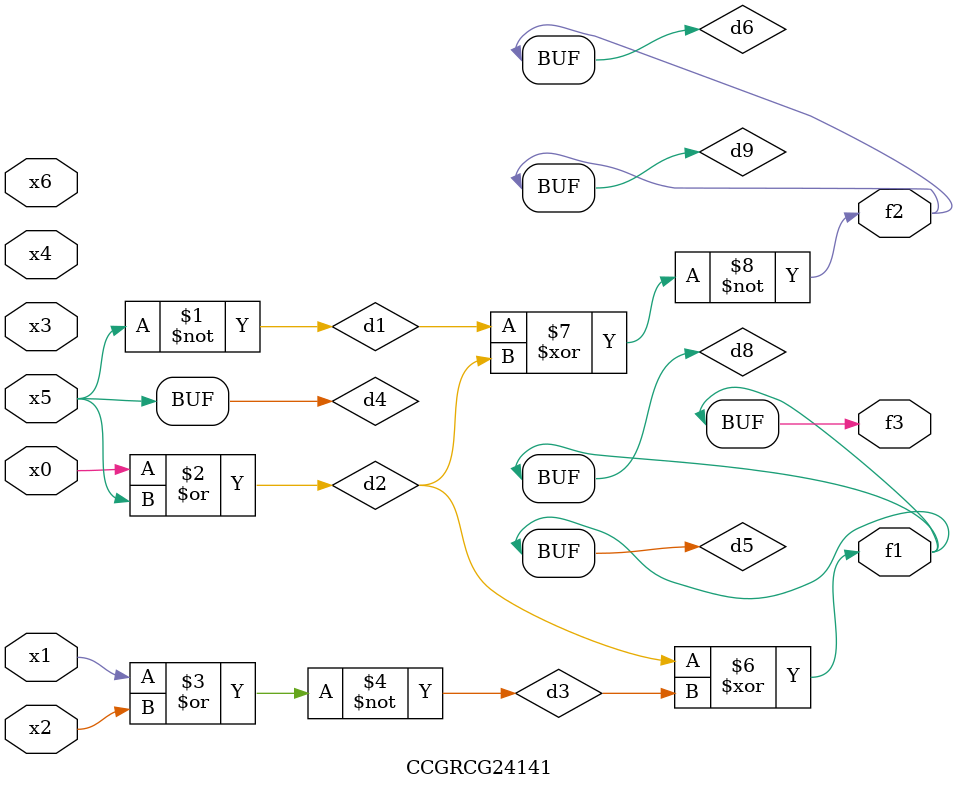
<source format=v>
module CCGRCG24141(
	input x0, x1, x2, x3, x4, x5, x6,
	output f1, f2, f3
);

	wire d1, d2, d3, d4, d5, d6, d7, d8, d9;

	nand (d1, x5);
	or (d2, x0, x5);
	nor (d3, x1, x2);
	xnor (d4, d1);
	xor (d5, d2, d3);
	xnor (d6, d1, d2);
	not (d7, x4);
	buf (d8, d5);
	xor (d9, d6);
	assign f1 = d8;
	assign f2 = d9;
	assign f3 = d8;
endmodule

</source>
